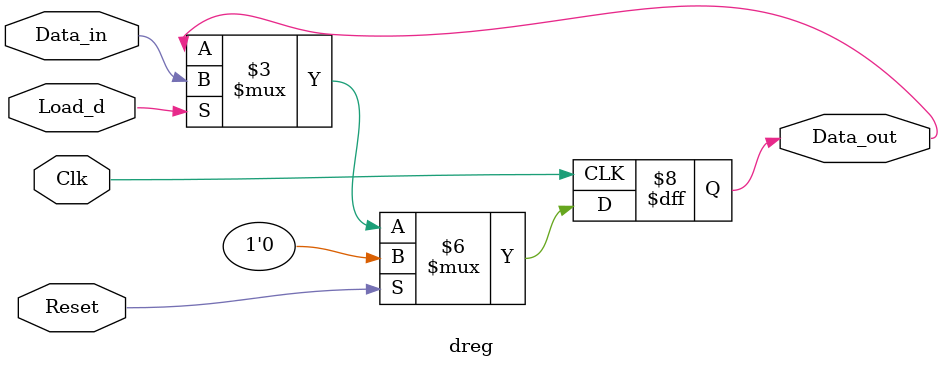
<source format=sv>



module reg_8 (input  logic Clk, Reset, Shift_In, Load, Shift_En,
              input  logic [7:0]  D,
              output logic Shift_Out,
              output logic [7:0]  Data_Out);

    always_ff @ (posedge Clk)
    begin
	 	 if (Reset) //notice, this is a sycnrhonous reset, which is recommended on the FPGA
			  Data_Out <= 8'h0; // update to 8 bit
		 else if (Load)
			  Data_Out <= D;
		 else if (Shift_En)
		 begin
			  //concatenate shifted in data to the previous left-most 3 bits
			  //note this works because we are in always_ff procedure block
			  Data_Out <= { Shift_In, Data_Out[7:1] }; // 8 bit 
	    end
    end
	
    assign Shift_Out = Data_Out[0];

endmodule



module dreg(
    input logic Clk, Reset, Load_d, Data_in,
    output logic Data_out
);
    always_ff @(posedge Clk) 
    begin
        if (Reset)
            Data_out <= 1'b0;
        else if (Load_d)
            Data_out <= Data_in;
        else
            Data_out <= Data_out;
    end
endmodule


</source>
